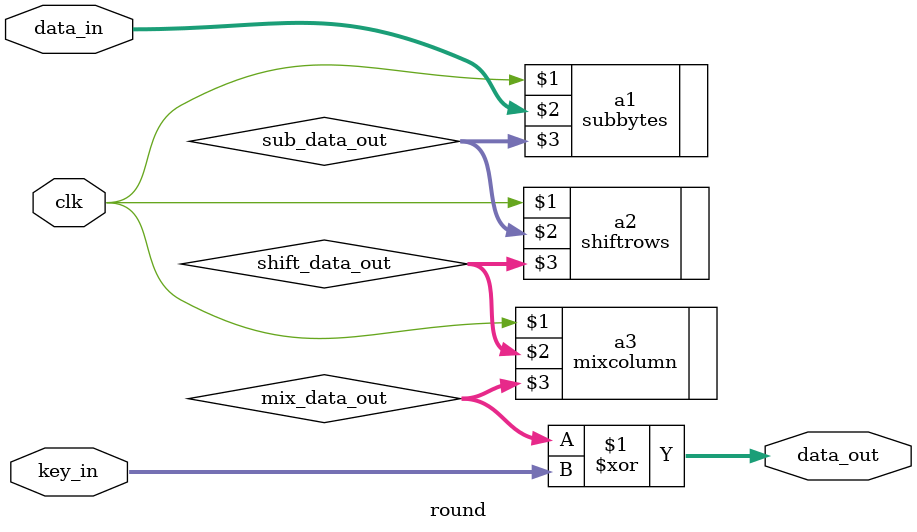
<source format=v>
`timescale 1ns / 1ps

module round(clk,data_in,key_in,data_out);
input clk;
input [127:0]data_in,key_in;
output [127:0] data_out;

wire [127:0]sub_data_out,shift_data_out,mix_data_out; 

subbytes a1(clk,data_in,sub_data_out);
shiftrows a2(clk,sub_data_out,shift_data_out);
mixcolumn a3(clk,shift_data_out,mix_data_out);
assign data_out=mix_data_out^key_in;
endmodule




</source>
